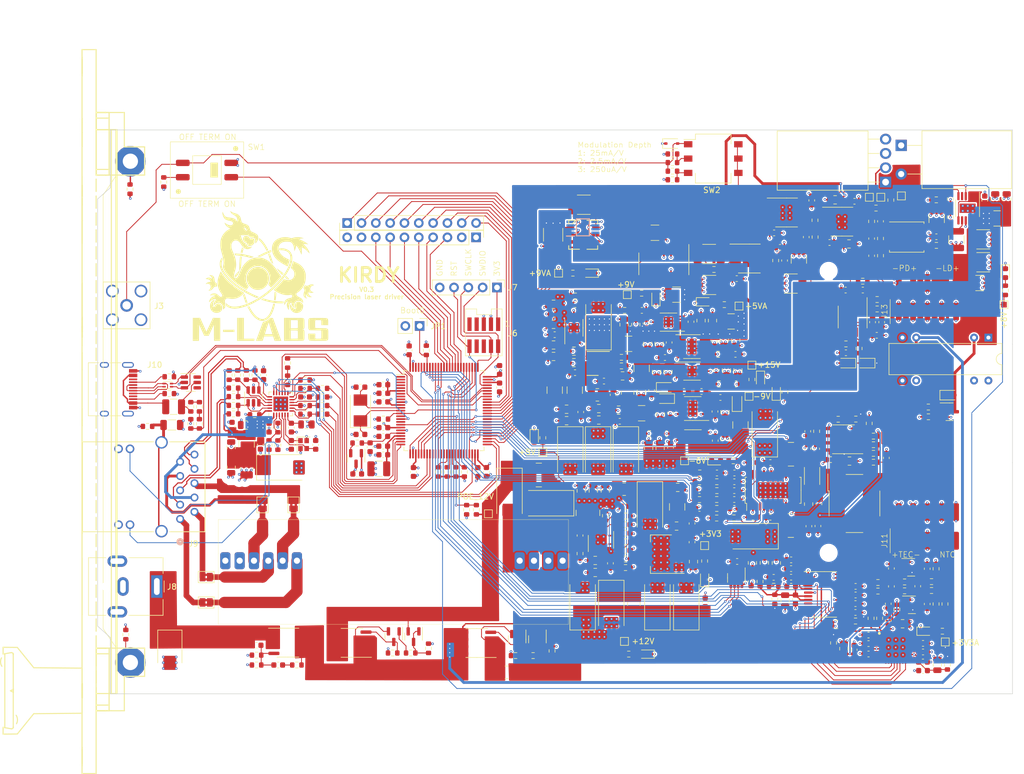
<source format=kicad_pcb>
(kicad_pcb (version 20221018) (generator pcbnew)

  (general
    (thickness 1.6)
  )

  (paper "A4")
  (layers
    (0 "F.Cu" jumper)
    (1 "In1.Cu" signal)
    (2 "In2.Cu" signal)
    (31 "B.Cu" signal)
    (32 "B.Adhes" user "B.Adhesive")
    (33 "F.Adhes" user "F.Adhesive")
    (34 "B.Paste" user)
    (35 "F.Paste" user)
    (36 "B.SilkS" user "B.Silkscreen")
    (37 "F.SilkS" user "F.Silkscreen")
    (38 "B.Mask" user)
    (39 "F.Mask" user)
    (40 "Dwgs.User" user "User.Drawings")
    (41 "Cmts.User" user "User.Comments")
    (42 "Eco1.User" user "User.Eco1")
    (43 "Eco2.User" user "User.Eco2")
    (44 "Edge.Cuts" user)
    (45 "Margin" user)
    (46 "B.CrtYd" user "B.Courtyard")
    (47 "F.CrtYd" user "F.Courtyard")
    (48 "B.Fab" user)
    (49 "F.Fab" user)
    (50 "User.1" user)
    (51 "User.2" user)
    (52 "User.3" user)
    (53 "User.4" user)
    (54 "User.5" user)
    (55 "User.6" user)
    (56 "User.7" user)
    (57 "User.8" user)
    (58 "User.9" user)
  )

  (setup
    (stackup
      (layer "F.SilkS" (type "Top Silk Screen"))
      (layer "F.Paste" (type "Top Solder Paste"))
      (layer "F.Mask" (type "Top Solder Mask") (thickness 0.01))
      (layer "F.Cu" (type "copper") (thickness 0.035))
      (layer "dielectric 1" (type "core") (thickness 0.48) (material "FR4") (epsilon_r 4.5) (loss_tangent 0.02))
      (layer "In1.Cu" (type "copper") (thickness 0.035))
      (layer "dielectric 2" (type "prepreg") (thickness 0.48) (material "FR4") (epsilon_r 4.5) (loss_tangent 0.02))
      (layer "In2.Cu" (type "copper") (thickness 0.035))
      (layer "dielectric 3" (type "core") (thickness 0.48) (material "FR4") (epsilon_r 4.5) (loss_tangent 0.02))
      (layer "B.Cu" (type "copper") (thickness 0.035))
      (layer "B.Mask" (type "Bottom Solder Mask") (thickness 0.01))
      (layer "B.Paste" (type "Bottom Solder Paste"))
      (layer "B.SilkS" (type "Bottom Silk Screen"))
      (copper_finish "ENIG")
      (dielectric_constraints no)
    )
    (pad_to_mask_clearance 0)
    (pcbplotparams
      (layerselection 0x00010fc_ffffffff)
      (plot_on_all_layers_selection 0x0000000_00000000)
      (disableapertmacros false)
      (usegerberextensions true)
      (usegerberattributes false)
      (usegerberadvancedattributes false)
      (creategerberjobfile true)
      (dashed_line_dash_ratio 12.000000)
      (dashed_line_gap_ratio 3.000000)
      (svgprecision 6)
      (plotframeref false)
      (viasonmask false)
      (mode 1)
      (useauxorigin false)
      (hpglpennumber 1)
      (hpglpenspeed 20)
      (hpglpendiameter 15.000000)
      (dxfpolygonmode true)
      (dxfimperialunits true)
      (dxfusepcbnewfont true)
      (psnegative false)
      (psa4output false)
      (plotreference false)
      (plotvalue false)
      (plotinvisibletext false)
      (sketchpadsonfab false)
      (subtractmaskfromsilk true)
      (outputformat 1)
      (mirror false)
      (drillshape 0)
      (scaleselection 1)
      (outputdirectory "gerbers")
    )
  )

  (net 0 "")
  (net 1 "+5VA")
  (net 2 "GND")
  (net 3 "Net-(U1-VOUT_F)")
  (net 4 "Net-(U4--)")
  (net 5 "Net-(U2-OUT)")
  (net 6 "Net-(U4-+)")
  (net 7 "+9VA")
  (net 8 "-6V")
  (net 9 "+15V")
  (net 10 "Net-(U6-+)")
  (net 11 "Net-(C13-Pad2)")
  (net 12 "/MCU/PD_MON")
  (net 13 "Net-(C18-Pad2)")
  (net 14 "Net-(C18-Pad1)")
  (net 15 "Net-(U5B-+)")
  (net 16 "+3V3")
  (net 17 "Net-(U6--)")
  (net 18 "Net-(Q2-G)")
  (net 19 "/MCU/VREF")
  (net 20 "+12V")
  (net 21 "Net-(C25-Pad2)")
  (net 22 "Net-(C26-Pad2)")
  (net 23 "Net-(C26-Pad1)")
  (net 24 "Net-(C27-Pad1)")
  (net 25 "/driveStage/PD_C")
  (net 26 "Net-(C28-Pad1)")
  (net 27 "-9V")
  (net 28 "IN")
  (net 29 "Net-(U8-VCAP_1)")
  (net 30 "Net-(U8-VCAP_2)")
  (net 31 "Net-(C52-Pad1)")
  (net 32 "Net-(U8-PH0)")
  (net 33 "Net-(U8-PH1)")
  (net 34 "/MCU/VDDA")
  (net 35 "Net-(D6-K)")
  (net 36 "Net-(D5-A)")
  (net 37 "Net-(U9-C+)")
  (net 38 "Net-(D5-K)")
  (net 39 "Net-(C57-Pad1)")
  (net 40 "+9V")
  (net 41 "+8V")
  (net 42 "+3.3VA")
  (net 43 "/thermostat/DAC_REF")
  (net 44 "Net-(U9-C-)")
  (net 45 "Net-(D7-A)")
  (net 46 "Net-(U16-PGFB)")
  (net 47 "/thermostat/MAXV")
  (net 48 "/thermostat/MAXIP")
  (net 49 "/thermostat/MAXIN")
  (net 50 "Net-(U11-EN{slash}UV)")
  (net 51 "Net-(U12-EN{slash}UV)")
  (net 52 "Net-(U13-EN{slash}UV)")
  (net 53 "/MCU/TEC_ISEN")
  (net 54 "Net-(U15-EN{slash}UV)")
  (net 55 "/MCU/TEC_VREF")
  (net 56 "Net-(U14-EN{slash}UV)")
  (net 57 "Net-(U11-SET)")
  (net 58 "Net-(U16-SET)")
  (net 59 "+5V")
  (net 60 "Net-(U12-SET)")
  (net 61 "Net-(U13-SET)")
  (net 62 "Net-(U14-SET)")
  (net 63 "Net-(U15-SET)")
  (net 64 "Net-(U19-REGCAPD)")
  (net 65 "Net-(U18-REGCAPD)")
  (net 66 "Net-(U21-CTLI)")
  (net 67 "Net-(U18-REFOUT)")
  (net 68 "Net-(U18-REGCAPA)")
  (net 69 "Net-(U19-REGCAPA)")
  (net 70 "Net-(U21-COMP)")
  (net 71 "Net-(U21-CS)")
  (net 72 "Net-(U21-OS2)")
  (net 73 "/Ehternet/AVDDT_PHY")
  (net 74 "/Ehternet/ETH_SHIELD")
  (net 75 "Net-(U23-VIN)")
  (net 76 "Net-(U23-SS{slash}TR)")
  (net 77 "/MCU/RST")
  (net 78 "Net-(FB12-Pad1)")
  (net 79 "/thermostat/TEC+")
  (net 80 "/thermostat/TEC-")
  (net 81 "Net-(U23-BOOT)")
  (net 82 "/MCU/USB_DP")
  (net 83 "/MCU/USB_DN")
  (net 84 "/MCU/SWDIO")
  (net 85 "/MCU/SWCLK")
  (net 86 "Net-(U23-COMP)")
  (net 87 "/digital supply/+12V_Barrel_Jack")
  (net 88 "Net-(Q4-G)")
  (net 89 "Net-(U24-VI)")
  (net 90 "Net-(U26-XTAL2)")
  (net 91 "Net-(U26-XTAL1)")
  (net 92 "Net-(U26-VDDCR)")
  (net 93 "Net-(D1-A2)")
  (net 94 "/driveStage/LD-")
  (net 95 "/thermostat/NTC+")
  (net 96 "/thermostat/NTC-")
  (net 97 "Net-(D4-A)")
  (net 98 "Net-(U27-VBUS)")
  (net 99 "Net-(L3-Pad1)")
  (net 100 "Net-(U21-OS1)")
  (net 101 "Net-(FL2-Pad4)")
  (net 102 "Net-(FL2-Pad1)")
  (net 103 "Net-(J4-Pin_8)")
  (net 104 "Net-(J4-Pin_7)")
  (net 105 "Net-(J4-Pin_6)")
  (net 106 "Net-(J4-Pin_5)")
  (net 107 "Net-(J4-Pin_4)")
  (net 108 "Net-(J4-Pin_3)")
  (net 109 "Net-(J5-Pin_10)")
  (net 110 "Net-(J5-Pin_9)")
  (net 111 "Net-(J5-Pin_8)")
  (net 112 "Net-(J5-Pin_7)")
  (net 113 "Net-(J5-Pin_6)")
  (net 114 "Net-(J5-Pin_5)")
  (net 115 "Net-(J5-Pin_4)")
  (net 116 "Net-(J5-Pin_3)")
  (net 117 "Net-(J5-Pin_2)")
  (net 118 "Net-(J5-Pin_1)")
  (net 119 "unconnected-(J6-Pin_6-Pad6)")
  (net 120 "/MCU/PWM_MAXV")
  (net 121 "/MCU/PWM_MAXIP")
  (net 122 "/MCU/PWM_MAXIN")
  (net 123 "unconnected-(J6-Pin_7-Pad7)")
  (net 124 "unconnected-(J6-Pin_8-Pad8)")
  (net 125 "unconnected-(J6-Pin_9-Pad9)")
  (net 126 "/MCU/TEC_VSEN")
  (net 127 "/Ehternet/POE_VC2-")
  (net 128 "/Ehternet/POE_VC1-")
  (net 129 "/MCU/POE_PWR_SRC")
  (net 130 "/Ehternet/RMII_RXD0")
  (net 131 "/Ehternet/POE_VC2+")
  (net 132 "/Ehternet/RMII_RXD1")
  (net 133 "/Ehternet/POE_VC1+")
  (net 134 "/Ehternet/RMII_CRS_DV")
  (net 135 "/Ehternet/RMII_REF_CLK")
  (net 136 "/Ehternet/RMII_MDIO")
  (net 137 "Net-(J9-Pad11)")
  (net 138 "/Ehternet/ETH_LED_1")
  (net 139 "Net-(J9-Pad13)")
  (net 140 "/Ehternet/PHY_TD_P")
  (net 141 "/Ehternet/PHY_TD_N")
  (net 142 "/Ehternet/PHY_RD_P")
  (net 143 "/Ehternet/PHY_RD_N")
  (net 144 "/Ehternet/ETH_LED_2")
  (net 145 "unconnected-(J10-SBU2-PadB8)")
  (net 146 "Net-(J10-CC2)")
  (net 147 "/MCU/USB_VBUS")
  (net 148 "/MCU/LDAC_LOAD")
  (net 149 "/MCU/LDAC_CLK")
  (net 150 "/MCU/LDAC_MOSI")
  (net 151 "/MCU/LDAC_CS")
  (net 152 "/MCU/TADC_SYNC")
  (net 153 "/MCU/TADC_MISO")
  (net 154 "/MCU/TDAC_MOSI")
  (net 155 "/MCU/TADC_CLK")
  (net 156 "/MCU/TDAC_CLK")
  (net 157 "/MCU/TADC_CS")
  (net 158 "/MCU/TDAC_SYNC")
  (net 159 "/MCU/TADC_MOSI")
  (net 160 "unconnected-(J10-SBU1-PadA8)")
  (net 161 "Net-(J10-CC1)")
  (net 162 "Net-(JP1-A)")
  (net 163 "Net-(JP2-B)")
  (net 164 "Net-(JP3-B)")
  (net 165 "Net-(JP4-B)")
  (net 166 "Net-(JP5-B)")
  (net 167 "Net-(L4-Pad1)")
  (net 168 "Net-(Q9-E)")
  (net 169 "Net-(Q1-G)")
  (net 170 "Net-(Q2-S-Pad1)")
  (net 171 "Net-(Q3-B)")
  (net 172 "Net-(Q5-G)")
  (net 173 "/Ehternet/RMII_MDC")
  (net 174 "/Ehternet/PHY_NRST")
  (net 175 "Net-(Q6-B)")
  (net 176 "Net-(Q7-B)")
  (net 177 "Net-(Q8-G)")
  (net 178 "Net-(Q9-B)")
  (net 179 "Net-(R3-Pad2)")
  (net 180 "/Ehternet/RMII_TX_EN")
  (net 181 "/Ehternet/RMII_TXD0")
  (net 182 "/Ehternet/RMII_TXD1")
  (net 183 "Net-(R5-Pad2)")
  (net 184 "Net-(U3--)")
  (net 185 "Net-(U5B--)")
  (net 186 "Net-(U7-OUT)")
  (net 187 "Net-(U8-PE8)")
  (net 188 "Net-(U8-PE9)")
  (net 189 "Net-(U8-PE10)")
  (net 190 "Net-(U8-PE11)")
  (net 191 "Net-(U16-ILIM)")
  (net 192 "Net-(U10-SET)")
  (net 193 "Net-(U17-VFB)")
  (net 194 "Net-(U20B--)")
  (net 195 "Net-(U18-AIN0)")
  (net 196 "Net-(U18-AIN1)")
  (net 197 "Net-(U19-AIN0{slash}REF2-)")
  (net 198 "Net-(U19-AIN1{slash}REF2+)")
  (net 199 "unconnected-(K1-Pad14)")
  (net 200 "Net-(U20A-+)")
  (net 201 "Net-(U20A--)")
  (net 202 "Net-(U23-EN)")
  (net 203 "Net-(U23-RT{slash}CLK)")
  (net 204 "Net-(U23-VSENSE)")
  (net 205 "Net-(U26-RXD0)")
  (net 206 "Net-(U26-RXD1)")
  (net 207 "Net-(U26-CRS_DV)")
  (net 208 "Net-(U26-nINT)")
  (net 209 "Net-(U26-RXER)")
  (net 210 "Net-(U26-RBIAS)")
  (net 211 "Net-(U3-+)")
  (net 212 "Net-(U1-VOUT_S)")
  (net 213 "unconnected-(U2-INV-Pad13)")
  (net 214 "unconnected-(U2-NC-Pad9)")
  (net 215 "unconnected-(U2-RFB-Pad1)")
  (net 216 "unconnected-(U8-PE1-Pad98)")
  (net 217 "unconnected-(U8-PE0-Pad97)")
  (net 218 "unconnected-(U8-PB9-Pad96)")
  (net 219 "unconnected-(U8-PA10-Pad69)")
  (net 220 "unconnected-(U8-PA8-Pad67)")
  (net 221 "unconnected-(U8-PE15-Pad46)")
  (net 222 "unconnected-(U8-PE14-Pad45)")
  (net 223 "/MCU/LD_EN")
  (net 224 "unconnected-(U8-PE13-Pad44)")
  (net 225 "unconnected-(U8-PE12-Pad43)")
  (net 226 "unconnected-(U8-PE7-Pad38)")
  (net 227 "unconnected-(U8-PB2-Pad37)")
  (net 228 "/MCU/TEC_~{SHDN}")
  (net 229 "/MCU/~{LD_SHORT}")
  (net 230 "unconnected-(U8-PC2-Pad17)")
  (net 231 "unconnected-(U8-PC0-Pad15)")
  (net 232 "unconnected-(U8-PC15-Pad9)")
  (net 233 "unconnected-(U8-PC14-Pad8)")
  (net 234 "unconnected-(U8-PC13-Pad7)")
  (net 235 "unconnected-(U8-PE6-Pad5)")
  (net 236 "unconnected-(U8-PE5-Pad4)")
  (net 237 "unconnected-(U8-PE4-Pad3)")
  (net 238 "unconnected-(U8-PE3-Pad2)")
  (net 239 "unconnected-(U8-PE2-Pad1)")
  (net 240 "12Vin")
  (net 241 "unconnected-(U9-NC-Pad12)")
  (net 242 "unconnected-(U9-NC-Pad7)")
  (net 243 "unconnected-(U9-NC-Pad6)")
  (net 244 "unconnected-(U9-NC-Pad3)")
  (net 245 "unconnected-(U9-NC-Pad1)")
  (net 246 "unconnected-(U10-ILIM-Pad5)")
  (net 247 "unconnected-(U11-PG-Pad4)")
  (net 248 "unconnected-(U12-PG-Pad5)")
  (net 249 "unconnected-(U13-PG-Pad4)")
  (net 250 "unconnected-(U14-VIOC-Pad7)")
  (net 251 "unconnected-(U14-PG-Pad4)")
  (net 252 "unconnected-(U15-PG-Pad4)")
  (net 253 "unconnected-(U16-PG-Pad5)")
  (net 254 "unconnected-(U18-GPIO1-Pad20)")
  (net 255 "unconnected-(U18-GPIO0-Pad19)")
  (net 256 "unconnected-(U18-XTAL2{slash}CLKIO-Pad10)")
  (net 257 "unconnected-(U18-XTAL1-Pad9)")
  (net 258 "unconnected-(U19-DNC-Pad3)")
  (net 259 "unconnected-(U19-PDSW-Pad8)")
  (net 260 "unconnected-(U19-XTAL1-Pad9)")
  (net 261 "unconnected-(U19-XTAL2{slash}CLKIO-Pad10)")
  (net 262 "unconnected-(U19-~{ERROR}-Pad15)")
  (net 263 "unconnected-(U19-GPIO0-Pad20)")
  (net 264 "unconnected-(U19-GPIO1-Pad21)")
  (net 265 "unconnected-(U19-GPIO2-Pad22)")
  (net 266 "unconnected-(U19-AIN2-Pad23)")
  (net 267 "unconnected-(U19-AIN3-Pad24)")
  (net 268 "unconnected-(U19-AIN4-Pad25)")
  (net 269 "unconnected-(U19-AIN5-Pad26)")
  (net 270 "unconnected-(U19-AIN6-Pad27)")
  (net 271 "unconnected-(U19-AIN7-Pad28)")
  (net 272 "unconnected-(U19-AIN8-Pad29)")
  (net 273 "unconnected-(U19-GPO3-Pad30)")
  (net 274 "Net-(U20B-+)")
  (net 275 "unconnected-(U22-NC-Pad2)")
  (net 276 "unconnected-(U22-NC-Pad1)")
  (net 277 "unconnected-(U23-PWRGD-Pad14)")
  (net 278 "unconnected-(U27-I{slash}O4-Pad6)")
  (net 279 "unconnected-(U27-I{slash}O3-Pad4)")
  (net 280 "/Ehternet/RJ45_RD_N")
  (net 281 "/Ehternet/RJ45_RD_P")
  (net 282 "/Ehternet/RJ45_TD_N")
  (net 283 "/Ehternet/RJ45_TD_P")
  (net 284 "/thermostat/ADC1_REF")
  (net 285 "/thermostat/ADC1_A3V3")
  (net 286 "/thermostat/ADC1_D3V3")
  (net 287 "/thermostat/ADC2_D3V3")
  (net 288 "/thermostat/ADC2_A3V3")
  (net 289 "/thermostat/ADC2_REF")
  (net 290 "Net-(C124-Pad1)")
  (net 291 "Net-(C125-Pad1)")
  (net 292 "Net-(C126-Pad1)")
  (net 293 "Net-(C156-Pad2)")
  (net 294 "Net-(C157-Pad2)")
  (net 295 "Net-(C166-Pad2)")
  (net 296 "Net-(C167-Pad2)")
  (net 297 "Net-(C177-Pad2)")
  (net 298 "Net-(C178-Pad1)")
  (net 299 "Net-(C179-Pad1)")
  (net 300 "Net-(C187-Pad2)")
  (net 301 "Net-(C188-Pad1)")
  (net 302 "Net-(C208-Pad1)")
  (net 303 "Net-(R7-Pad2)")
  (net 304 "Net-(R23-Pad2)")
  (net 305 "unconnected-(R25-Pad3)")
  (net 306 "Net-(R35-Pad2)")
  (net 307 "Net-(R66-Pad2)")
  (net 308 "Net-(R121-Pad2)")
  (net 309 "Net-(R122-Pad1)")
  (net 310 "unconnected-(J4-Pin_9-Pad9)")
  (net 311 "/MCU/TERM_STAT")
  (net 312 "Net-(MH1-Pad1)")
  (net 313 "Net-(MH1-Pad2)")
  (net 314 "Net-(U21-REF)")
  (net 315 "Net-(D12-A)")
  (net 316 "Net-(D13-A)")
  (net 317 "Net-(D14-A)")
  (net 318 "Net-(D15-A)")
  (net 319 "Net-(D16-A)")
  (net 320 "Net-(D17-A)")
  (net 321 "Net-(D18-A)")
  (net 322 "Net-(D19-A)")
  (net 323 "Net-(D20-A)")
  (net 324 "Net-(D21-A)")
  (net 325 "Net-(D11-A)")
  (net 326 "/digital supply/POE_12V")

  (footprint "Resistor_SMD:R_0603_1608Metric" (layer "F.Cu") (at 34.544 45.8338 180))

  (footprint "Resistor_SMD:R_0603_1608Metric" (layer "F.Cu") (at 56.4334 91.9319 90))

  (footprint "Capacitor_SMD:C_0603_1608Metric" (layer "F.Cu") (at 34.544 47.3578))

  (footprint "Capacitor_SMD:C_0603_1608Metric" (layer "F.Cu") (at 138.5316 80.9498 90))

  (footprint "Package_TO_SOT_SMD:SOT-23" (layer "F.Cu") (at 50.2782 89.8694 -90))

  (footprint "Capacitor_SMD:C_0805_2012Metric" (layer "F.Cu") (at 103.4288 76.5556 -90))

  (footprint "Inductor_SMD:L_1210_3225Metric" (layer "F.Cu") (at 47.617 60.0964))

  (footprint "Capacitor_SMD:C_0603_1608Metric" (layer "F.Cu") (at 104.4956 63.9706 180))

  (footprint "Capacitor_SMD:C_0603_1608Metric" (layer "F.Cu") (at 78.8126 36.3114 180))

  (footprint "Resistor_SMD:R_0603_1608Metric" (layer "F.Cu") (at 119.634 46.482 -90))

  (footprint "Capacitor_SMD:C_0603_1608Metric" (layer "F.Cu") (at 137.6328 58.1658 90))

  (footprint "Package_QFP:LQFP-100_14x14mm_P0.5mm" (layer "F.Cu") (at 59.182 49.7798))

  (footprint "Capacitor_SMD:C_0603_1608Metric" (layer "F.Cu") (at 104.4956 67.1332 180))

  (footprint "Resistor_SMD:R_0603_1608Metric" (layer "F.Cu") (at 33.0855 94.896))

  (footprint "Resistor_SMD:R_0603_1608Metric" (layer "F.Cu") (at 37.6308 47.3578 180))

  (footprint "Inductor_SMD:L_1008_2520Metric" (layer "F.Cu") (at 91.7448 46.6344 -90))

  (footprint "Capacitor_SMD:C_0603_1608Metric" (layer "F.Cu") (at 110.6875 60.8397))

  (footprint "Capacitor_SMD:C_0805_2012Metric" (layer "F.Cu") (at 94.1832 46.3922 -90))

  (footprint "Resistor_SMD:R_0603_1608Metric" (layer "F.Cu") (at 115.239 80.0856 -90))

  (footprint "Resistor_SMD:R_0603_1608Metric" (layer "F.Cu") (at 37.6308 45.8338 180))

  (footprint "Resistor_SMD:R_0603_1608Metric" (layer "F.Cu") (at 132.1684 87.096))

  (footprint "Resistor_SMD:R_0603_1608Metric" (layer "F.Cu") (at 104.4956 62.3984))

  (footprint "Resistor_SMD:R_0603_1608Metric" (layer "F.Cu") (at 78.35 92.4 90))

  (footprint "Capacitor_SMD:C_0603_1608Metric" (layer "F.Cu") (at 135.0256 22.3134 -90))

  (footprint "Capacitor_SMD:C_0603_1608Metric" (layer "F.Cu") (at 99.3394 50.1786 90))

  (footprint "Diode_SMD:D_SMB" (layer "F.Cu") (at 10.5615 92.364 -90))

  (footprint "Capacitor_SMD:C_0603_1608Metric" (layer "F.Cu") (at 78.8126 32.7046 180))

  (footprint "Resistor_SMD:R_0603_1608Metric" (layer "F.Cu") (at 21.844 50.355))

  (footprint "Resistor_SMD:R_0603_1608Metric" (layer "F.Cu") (at 145.0848 49.1476))

  (footprint "Capacitor_SMD:C_0805_2012Metric" (layer "F.Cu") (at 82.2198 41.2662 180))

  (footprint "Package_SO:SOIC-8-1EP_3.9x4.9mm_P1.27mm_EP2.29x3mm" (layer "F.Cu") (at 119.9378 14.6424))

  (footprint "Capacitor_SMD:C_0805_2012Metric" (layer "F.Cu") (at 86.0044 76.3524 180))

  (footprint "Package_TO_SOT_SMD:SOT-23-6" (layer "F.Cu") (at 25.4 47.2562 90))

  (footprint "Resistor_SMD:R_0603_1608Metric" (layer "F.Cu") (at 158.75 28.448 -90))

  (footprint "LED_SMD:LED_0603_1608Metric" (layer "F.Cu") (at 96.774 29.718 90))

  (footprint "Connector_BarrelJack:BarrelJack_CUI_PJ-063AH_Horizontal" (layer "F.Cu") (at 8.25 80.9732 -90))

  (footprint "TestPoint:TestPoint_Pad_1.0x1.0mm" (layer "F.Cu") (at 76.708 57.15 180))

  (footprint "Capacitor_SMD:C_1812_4532Metric" (layer "F.Cu") (at 154.813 23.4696))

  (footprint "Resistor_SMD:R_0603_1608Metric" (layer "F.Cu") (at 136.144 81.788))

  (footprint "Capacitor_SMD:C_0603_1608Metric" (layer "F.Cu") (at 144.137 91.059))

  (footprint "Resistor_SMD:R_0603_1608Metric" (layer "F.Cu") (at 104.5423 60.8397))

  (footprint "Resistor_SMD:R_0603_1608Metric" (layer "F.Cu") (at 148.463 94.869 90))

  (footprint "Resistor_SMD:R_0603_1608Metric" (layer "F.Cu") (at 107.823 39.7994))

  (footprint "Package_TO_SOT_THT:TO-220F-4_Horizontal_TabDown" (layer "F.Cu")
    (tstamp 17f32e5f-8532-4156-9cbc-a9c62e1aaaa3)
    (at 137.5 9.25 90)
    (descr "TO-220F-4, Horizontal, RM 2.54mm, see https://www.njr.com/semicon/PDF/package/TO-220F-4_E.pdf")
    (tags "TO-220F-4 Horizontal RM 2.54mm")
    (property "MFR_PN" "Y169010R0000T9L")
    (property "Sheetfile" "driveStage.kicad_sch")
    (property "Sheetname" "driveStage")
    (property "dnp" "")
    (property "ki_description" "VPR221 and VPR221Z Series Precision Power Resistor, ")
    (property "ki_keywords" "Precision Power Resistor")
    (path "/7fc2620b-bac4-49c0-a276-7d2a46898037/0eab9295-041d-4ed4-b10a-3c7684b6770c")
    (attr through_hole)
    (fp_text reference "R25" (at 3.81 -20.22 90) (layer "F.SilkS") hide
        (effects (font (size 1 1) (thickness 0.15)))
      (tstamp ddd7039d-8a07-47c2-a5a7-394d7a3b4647)
    )
    (fp_text value "10" (at 3.81 2 90) (layer "F.Fab")
        (effects (font (size 1 1) (thickness 0.15)))
      (tstamp 44af2664-8322-4b15-a93a-1de4160c109e)
    )
    (fp_text user "${REFERENCE}" (at 3.81 -20.22 90) (layer "F.Fab")
        (effects (font (size 1 1) (thickness 0.15)))
      (tstamp 07343274-3b49-4dc2-a91c-8fe3dffb2718)
    )
    (fp_line (start -1.44 -19.22) (end -1.44 -3.11)
      (stroke (width 0.12) (type solid)) (layer "F.SilkS") (tstamp bbb785c2-c928-4bad-9292-865131647d6c))
    (fp_line (start -1.44 -19.22) (end 9.06 -19.22)
      (stroke (width 0.12) (type solid)) (layer "F.SilkS") (tstamp bd8b9de1-c82e-4625-8048-392d07fccc7a))
    (fp_line (start -1.44 -3.11) (end 9.06 -3.11)
      (stroke (width 0.12) (type solid)) (layer "F.SilkS") (tstamp 19fb1ca3-167a-461a-b667-39ca05344a7d))
    (fp_line (start 0 -3.11) (end 0 -1.15)
      (stroke (width 0.12) (type solid)) (layer "F.SilkS") (tstamp 9d94b918-4600-411f-a29f-bbed0a46387a))
    (fp_line (start 2.54 -3.11) (end 2.54 -1.15)
      (stroke (width 0.12) (type solid)) (layer "F.SilkS") (tstamp 042cc0c7-6c8b-4ebc-b0a3-efbcd1621d54))
    (fp_line (start 5.08 -3.11) (end 5.08 -1.15)
      (stroke (width 0.12) (type solid)) (layer "F.SilkS") (tstamp 5e1ad56c-20d2-42f4-b1c3-0b44c9a525a9))
    (fp_line (start 7.62 -3.11) (end 7.62 -1.15)
      (stroke (width 0.12) (type solid)) (layer "F.SilkS") (tstamp ea38074a-9f3e-413f-ba92-90d139d83011))
    (fp_line (start 9.06 -19.22) (end 9.06 -3.11)
      (stroke (width 0.12) (type solid)) (layer "F.SilkS") (tstamp 3948b920-661a-4407-9062-edba42e00ffe))
    (fp_line (start -1.57 -19.35) (end -1.57 1.25)
      (stroke (width 0.05) (type solid)) (layer "F.CrtYd") (tstamp 353e3d44-cfd3-4cda-b095-8663273ec9f0))
    (fp_line (start -1.57 1.25) (en
... [5572815 chars truncated]
</source>
